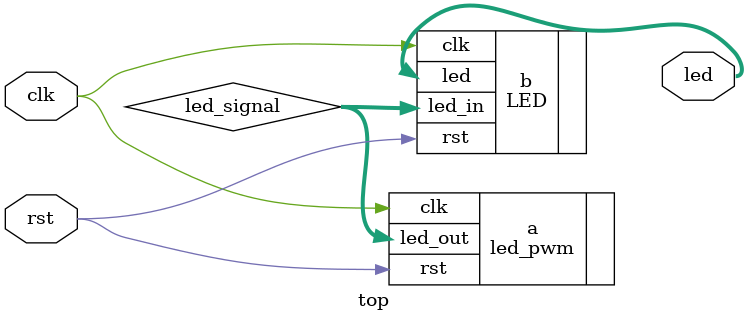
<source format=v>
module top(
    input   clk   ,
    input   rst   ,
    output  [3:0] led
    );
    
    wire [7:0] led_signal;
    
  led_pwm a(
      .clk (clk),
      .rst (rst),
      .led_out(led_signal)
);
    LED b(
        .clk (clk),		
        .rst (rst),
        .led_in (led_signal),
        .led	(led)	
);
    
    
    
endmodule

</source>
